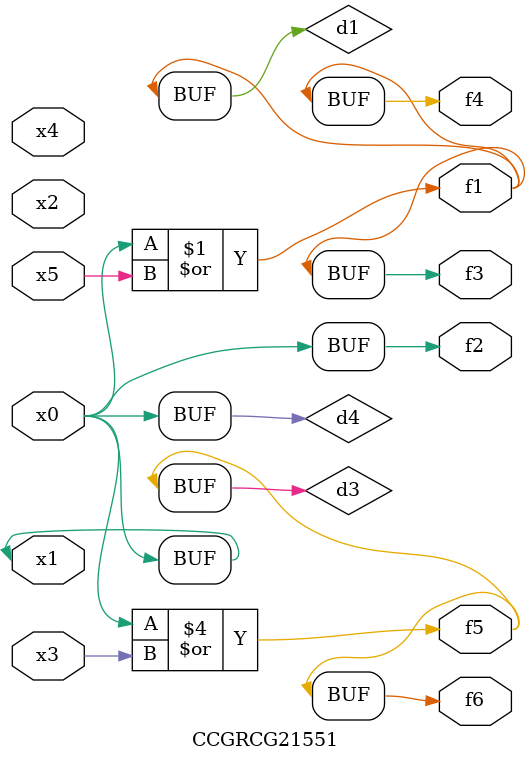
<source format=v>
module CCGRCG21551(
	input x0, x1, x2, x3, x4, x5,
	output f1, f2, f3, f4, f5, f6
);

	wire d1, d2, d3, d4;

	or (d1, x0, x5);
	xnor (d2, x1, x4);
	or (d3, x0, x3);
	buf (d4, x0, x1);
	assign f1 = d1;
	assign f2 = d4;
	assign f3 = d1;
	assign f4 = d1;
	assign f5 = d3;
	assign f6 = d3;
endmodule

</source>
